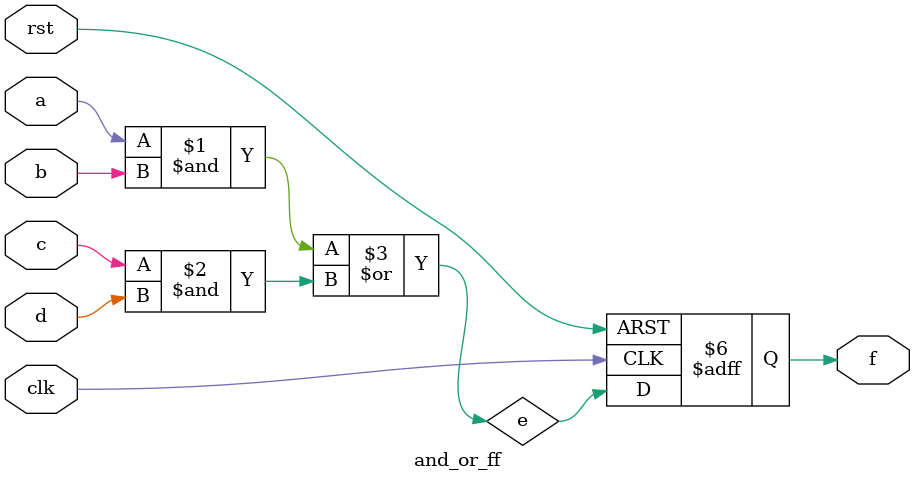
<source format=v>
module and_or_ff(input      a  ,
	         input      b  ,
	         input      c  ,
	         input      d  ,
                 input      clk,
                 input      rst,
                 output reg f );

//combiantional circuit
wire e=(a&b)|(c&d);

//sequential register
always @(posedge clk, negedge rst)begin
  if(~rst) begin
    f<=1'b0;
  end else begin
    f<=e   ;
  end
end
endmodule

</source>
